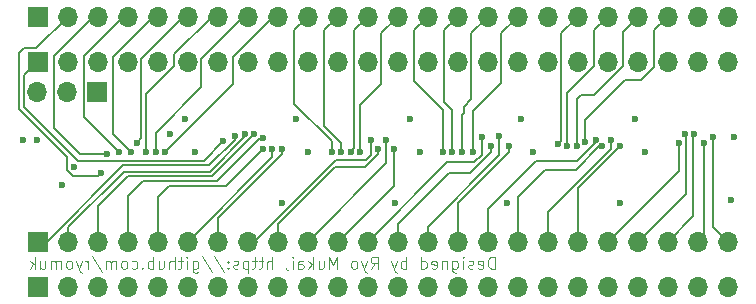
<source format=gbr>
%TF.GenerationSoftware,KiCad,Pcbnew,8.0.1*%
%TF.CreationDate,2024-03-31T10:02:36+09:00*%
%TF.ProjectId,TangNano9k5V,54616e67-4e61-46e6-9f39-6b35562e6b69,rev?*%
%TF.SameCoordinates,Original*%
%TF.FileFunction,Copper,L4,Bot*%
%TF.FilePolarity,Positive*%
%FSLAX46Y46*%
G04 Gerber Fmt 4.6, Leading zero omitted, Abs format (unit mm)*
G04 Created by KiCad (PCBNEW 8.0.1) date 2024-03-31 10:02:36*
%MOMM*%
%LPD*%
G01*
G04 APERTURE LIST*
%ADD10C,0.100000*%
%TA.AperFunction,NonConductor*%
%ADD11C,0.100000*%
%TD*%
%TA.AperFunction,ComponentPad*%
%ADD12R,1.700000X1.700000*%
%TD*%
%TA.AperFunction,ComponentPad*%
%ADD13O,1.700000X1.700000*%
%TD*%
%TA.AperFunction,ViaPad*%
%ADD14C,0.600000*%
%TD*%
%TA.AperFunction,Conductor*%
%ADD15C,0.200000*%
%TD*%
G04 APERTURE END LIST*
D10*
D11*
X41225115Y-23875419D02*
X41225115Y-22875419D01*
X41225115Y-22875419D02*
X40987020Y-22875419D01*
X40987020Y-22875419D02*
X40844163Y-22923038D01*
X40844163Y-22923038D02*
X40748925Y-23018276D01*
X40748925Y-23018276D02*
X40701306Y-23113514D01*
X40701306Y-23113514D02*
X40653687Y-23303990D01*
X40653687Y-23303990D02*
X40653687Y-23446847D01*
X40653687Y-23446847D02*
X40701306Y-23637323D01*
X40701306Y-23637323D02*
X40748925Y-23732561D01*
X40748925Y-23732561D02*
X40844163Y-23827800D01*
X40844163Y-23827800D02*
X40987020Y-23875419D01*
X40987020Y-23875419D02*
X41225115Y-23875419D01*
X39844163Y-23827800D02*
X39939401Y-23875419D01*
X39939401Y-23875419D02*
X40129877Y-23875419D01*
X40129877Y-23875419D02*
X40225115Y-23827800D01*
X40225115Y-23827800D02*
X40272734Y-23732561D01*
X40272734Y-23732561D02*
X40272734Y-23351609D01*
X40272734Y-23351609D02*
X40225115Y-23256371D01*
X40225115Y-23256371D02*
X40129877Y-23208752D01*
X40129877Y-23208752D02*
X39939401Y-23208752D01*
X39939401Y-23208752D02*
X39844163Y-23256371D01*
X39844163Y-23256371D02*
X39796544Y-23351609D01*
X39796544Y-23351609D02*
X39796544Y-23446847D01*
X39796544Y-23446847D02*
X40272734Y-23542085D01*
X39415591Y-23827800D02*
X39320353Y-23875419D01*
X39320353Y-23875419D02*
X39129877Y-23875419D01*
X39129877Y-23875419D02*
X39034639Y-23827800D01*
X39034639Y-23827800D02*
X38987020Y-23732561D01*
X38987020Y-23732561D02*
X38987020Y-23684942D01*
X38987020Y-23684942D02*
X39034639Y-23589704D01*
X39034639Y-23589704D02*
X39129877Y-23542085D01*
X39129877Y-23542085D02*
X39272734Y-23542085D01*
X39272734Y-23542085D02*
X39367972Y-23494466D01*
X39367972Y-23494466D02*
X39415591Y-23399228D01*
X39415591Y-23399228D02*
X39415591Y-23351609D01*
X39415591Y-23351609D02*
X39367972Y-23256371D01*
X39367972Y-23256371D02*
X39272734Y-23208752D01*
X39272734Y-23208752D02*
X39129877Y-23208752D01*
X39129877Y-23208752D02*
X39034639Y-23256371D01*
X38558448Y-23875419D02*
X38558448Y-23208752D01*
X38558448Y-22875419D02*
X38606067Y-22923038D01*
X38606067Y-22923038D02*
X38558448Y-22970657D01*
X38558448Y-22970657D02*
X38510829Y-22923038D01*
X38510829Y-22923038D02*
X38558448Y-22875419D01*
X38558448Y-22875419D02*
X38558448Y-22970657D01*
X37653687Y-23208752D02*
X37653687Y-24018276D01*
X37653687Y-24018276D02*
X37701306Y-24113514D01*
X37701306Y-24113514D02*
X37748925Y-24161133D01*
X37748925Y-24161133D02*
X37844163Y-24208752D01*
X37844163Y-24208752D02*
X37987020Y-24208752D01*
X37987020Y-24208752D02*
X38082258Y-24161133D01*
X37653687Y-23827800D02*
X37748925Y-23875419D01*
X37748925Y-23875419D02*
X37939401Y-23875419D01*
X37939401Y-23875419D02*
X38034639Y-23827800D01*
X38034639Y-23827800D02*
X38082258Y-23780180D01*
X38082258Y-23780180D02*
X38129877Y-23684942D01*
X38129877Y-23684942D02*
X38129877Y-23399228D01*
X38129877Y-23399228D02*
X38082258Y-23303990D01*
X38082258Y-23303990D02*
X38034639Y-23256371D01*
X38034639Y-23256371D02*
X37939401Y-23208752D01*
X37939401Y-23208752D02*
X37748925Y-23208752D01*
X37748925Y-23208752D02*
X37653687Y-23256371D01*
X37177496Y-23208752D02*
X37177496Y-23875419D01*
X37177496Y-23303990D02*
X37129877Y-23256371D01*
X37129877Y-23256371D02*
X37034639Y-23208752D01*
X37034639Y-23208752D02*
X36891782Y-23208752D01*
X36891782Y-23208752D02*
X36796544Y-23256371D01*
X36796544Y-23256371D02*
X36748925Y-23351609D01*
X36748925Y-23351609D02*
X36748925Y-23875419D01*
X35891782Y-23827800D02*
X35987020Y-23875419D01*
X35987020Y-23875419D02*
X36177496Y-23875419D01*
X36177496Y-23875419D02*
X36272734Y-23827800D01*
X36272734Y-23827800D02*
X36320353Y-23732561D01*
X36320353Y-23732561D02*
X36320353Y-23351609D01*
X36320353Y-23351609D02*
X36272734Y-23256371D01*
X36272734Y-23256371D02*
X36177496Y-23208752D01*
X36177496Y-23208752D02*
X35987020Y-23208752D01*
X35987020Y-23208752D02*
X35891782Y-23256371D01*
X35891782Y-23256371D02*
X35844163Y-23351609D01*
X35844163Y-23351609D02*
X35844163Y-23446847D01*
X35844163Y-23446847D02*
X36320353Y-23542085D01*
X34987020Y-23875419D02*
X34987020Y-22875419D01*
X34987020Y-23827800D02*
X35082258Y-23875419D01*
X35082258Y-23875419D02*
X35272734Y-23875419D01*
X35272734Y-23875419D02*
X35367972Y-23827800D01*
X35367972Y-23827800D02*
X35415591Y-23780180D01*
X35415591Y-23780180D02*
X35463210Y-23684942D01*
X35463210Y-23684942D02*
X35463210Y-23399228D01*
X35463210Y-23399228D02*
X35415591Y-23303990D01*
X35415591Y-23303990D02*
X35367972Y-23256371D01*
X35367972Y-23256371D02*
X35272734Y-23208752D01*
X35272734Y-23208752D02*
X35082258Y-23208752D01*
X35082258Y-23208752D02*
X34987020Y-23256371D01*
X33748924Y-23875419D02*
X33748924Y-22875419D01*
X33748924Y-23256371D02*
X33653686Y-23208752D01*
X33653686Y-23208752D02*
X33463210Y-23208752D01*
X33463210Y-23208752D02*
X33367972Y-23256371D01*
X33367972Y-23256371D02*
X33320353Y-23303990D01*
X33320353Y-23303990D02*
X33272734Y-23399228D01*
X33272734Y-23399228D02*
X33272734Y-23684942D01*
X33272734Y-23684942D02*
X33320353Y-23780180D01*
X33320353Y-23780180D02*
X33367972Y-23827800D01*
X33367972Y-23827800D02*
X33463210Y-23875419D01*
X33463210Y-23875419D02*
X33653686Y-23875419D01*
X33653686Y-23875419D02*
X33748924Y-23827800D01*
X32939400Y-23208752D02*
X32701305Y-23875419D01*
X32463210Y-23208752D02*
X32701305Y-23875419D01*
X32701305Y-23875419D02*
X32796543Y-24113514D01*
X32796543Y-24113514D02*
X32844162Y-24161133D01*
X32844162Y-24161133D02*
X32939400Y-24208752D01*
X30748924Y-23875419D02*
X31082257Y-23399228D01*
X31320352Y-23875419D02*
X31320352Y-22875419D01*
X31320352Y-22875419D02*
X30939400Y-22875419D01*
X30939400Y-22875419D02*
X30844162Y-22923038D01*
X30844162Y-22923038D02*
X30796543Y-22970657D01*
X30796543Y-22970657D02*
X30748924Y-23065895D01*
X30748924Y-23065895D02*
X30748924Y-23208752D01*
X30748924Y-23208752D02*
X30796543Y-23303990D01*
X30796543Y-23303990D02*
X30844162Y-23351609D01*
X30844162Y-23351609D02*
X30939400Y-23399228D01*
X30939400Y-23399228D02*
X31320352Y-23399228D01*
X30415590Y-23208752D02*
X30177495Y-23875419D01*
X29939400Y-23208752D02*
X30177495Y-23875419D01*
X30177495Y-23875419D02*
X30272733Y-24113514D01*
X30272733Y-24113514D02*
X30320352Y-24161133D01*
X30320352Y-24161133D02*
X30415590Y-24208752D01*
X29415590Y-23875419D02*
X29510828Y-23827800D01*
X29510828Y-23827800D02*
X29558447Y-23780180D01*
X29558447Y-23780180D02*
X29606066Y-23684942D01*
X29606066Y-23684942D02*
X29606066Y-23399228D01*
X29606066Y-23399228D02*
X29558447Y-23303990D01*
X29558447Y-23303990D02*
X29510828Y-23256371D01*
X29510828Y-23256371D02*
X29415590Y-23208752D01*
X29415590Y-23208752D02*
X29272733Y-23208752D01*
X29272733Y-23208752D02*
X29177495Y-23256371D01*
X29177495Y-23256371D02*
X29129876Y-23303990D01*
X29129876Y-23303990D02*
X29082257Y-23399228D01*
X29082257Y-23399228D02*
X29082257Y-23684942D01*
X29082257Y-23684942D02*
X29129876Y-23780180D01*
X29129876Y-23780180D02*
X29177495Y-23827800D01*
X29177495Y-23827800D02*
X29272733Y-23875419D01*
X29272733Y-23875419D02*
X29415590Y-23875419D01*
X27891780Y-23875419D02*
X27891780Y-22875419D01*
X27891780Y-22875419D02*
X27558447Y-23589704D01*
X27558447Y-23589704D02*
X27225114Y-22875419D01*
X27225114Y-22875419D02*
X27225114Y-23875419D01*
X26320352Y-23208752D02*
X26320352Y-23875419D01*
X26748923Y-23208752D02*
X26748923Y-23732561D01*
X26748923Y-23732561D02*
X26701304Y-23827800D01*
X26701304Y-23827800D02*
X26606066Y-23875419D01*
X26606066Y-23875419D02*
X26463209Y-23875419D01*
X26463209Y-23875419D02*
X26367971Y-23827800D01*
X26367971Y-23827800D02*
X26320352Y-23780180D01*
X25844161Y-23875419D02*
X25844161Y-22875419D01*
X25748923Y-23494466D02*
X25463209Y-23875419D01*
X25463209Y-23208752D02*
X25844161Y-23589704D01*
X24606066Y-23875419D02*
X24606066Y-23351609D01*
X24606066Y-23351609D02*
X24653685Y-23256371D01*
X24653685Y-23256371D02*
X24748923Y-23208752D01*
X24748923Y-23208752D02*
X24939399Y-23208752D01*
X24939399Y-23208752D02*
X25034637Y-23256371D01*
X24606066Y-23827800D02*
X24701304Y-23875419D01*
X24701304Y-23875419D02*
X24939399Y-23875419D01*
X24939399Y-23875419D02*
X25034637Y-23827800D01*
X25034637Y-23827800D02*
X25082256Y-23732561D01*
X25082256Y-23732561D02*
X25082256Y-23637323D01*
X25082256Y-23637323D02*
X25034637Y-23542085D01*
X25034637Y-23542085D02*
X24939399Y-23494466D01*
X24939399Y-23494466D02*
X24701304Y-23494466D01*
X24701304Y-23494466D02*
X24606066Y-23446847D01*
X24129875Y-23875419D02*
X24129875Y-23208752D01*
X24129875Y-22875419D02*
X24177494Y-22923038D01*
X24177494Y-22923038D02*
X24129875Y-22970657D01*
X24129875Y-22970657D02*
X24082256Y-22923038D01*
X24082256Y-22923038D02*
X24129875Y-22875419D01*
X24129875Y-22875419D02*
X24129875Y-22970657D01*
X23606066Y-23827800D02*
X23606066Y-23875419D01*
X23606066Y-23875419D02*
X23653685Y-23970657D01*
X23653685Y-23970657D02*
X23701304Y-24018276D01*
X22415590Y-23875419D02*
X22415590Y-22875419D01*
X21987019Y-23875419D02*
X21987019Y-23351609D01*
X21987019Y-23351609D02*
X22034638Y-23256371D01*
X22034638Y-23256371D02*
X22129876Y-23208752D01*
X22129876Y-23208752D02*
X22272733Y-23208752D01*
X22272733Y-23208752D02*
X22367971Y-23256371D01*
X22367971Y-23256371D02*
X22415590Y-23303990D01*
X21653685Y-23208752D02*
X21272733Y-23208752D01*
X21510828Y-22875419D02*
X21510828Y-23732561D01*
X21510828Y-23732561D02*
X21463209Y-23827800D01*
X21463209Y-23827800D02*
X21367971Y-23875419D01*
X21367971Y-23875419D02*
X21272733Y-23875419D01*
X21082256Y-23208752D02*
X20701304Y-23208752D01*
X20939399Y-22875419D02*
X20939399Y-23732561D01*
X20939399Y-23732561D02*
X20891780Y-23827800D01*
X20891780Y-23827800D02*
X20796542Y-23875419D01*
X20796542Y-23875419D02*
X20701304Y-23875419D01*
X20367970Y-23208752D02*
X20367970Y-24208752D01*
X20367970Y-23256371D02*
X20272732Y-23208752D01*
X20272732Y-23208752D02*
X20082256Y-23208752D01*
X20082256Y-23208752D02*
X19987018Y-23256371D01*
X19987018Y-23256371D02*
X19939399Y-23303990D01*
X19939399Y-23303990D02*
X19891780Y-23399228D01*
X19891780Y-23399228D02*
X19891780Y-23684942D01*
X19891780Y-23684942D02*
X19939399Y-23780180D01*
X19939399Y-23780180D02*
X19987018Y-23827800D01*
X19987018Y-23827800D02*
X20082256Y-23875419D01*
X20082256Y-23875419D02*
X20272732Y-23875419D01*
X20272732Y-23875419D02*
X20367970Y-23827800D01*
X19510827Y-23827800D02*
X19415589Y-23875419D01*
X19415589Y-23875419D02*
X19225113Y-23875419D01*
X19225113Y-23875419D02*
X19129875Y-23827800D01*
X19129875Y-23827800D02*
X19082256Y-23732561D01*
X19082256Y-23732561D02*
X19082256Y-23684942D01*
X19082256Y-23684942D02*
X19129875Y-23589704D01*
X19129875Y-23589704D02*
X19225113Y-23542085D01*
X19225113Y-23542085D02*
X19367970Y-23542085D01*
X19367970Y-23542085D02*
X19463208Y-23494466D01*
X19463208Y-23494466D02*
X19510827Y-23399228D01*
X19510827Y-23399228D02*
X19510827Y-23351609D01*
X19510827Y-23351609D02*
X19463208Y-23256371D01*
X19463208Y-23256371D02*
X19367970Y-23208752D01*
X19367970Y-23208752D02*
X19225113Y-23208752D01*
X19225113Y-23208752D02*
X19129875Y-23256371D01*
X18653684Y-23780180D02*
X18606065Y-23827800D01*
X18606065Y-23827800D02*
X18653684Y-23875419D01*
X18653684Y-23875419D02*
X18701303Y-23827800D01*
X18701303Y-23827800D02*
X18653684Y-23780180D01*
X18653684Y-23780180D02*
X18653684Y-23875419D01*
X18653684Y-23256371D02*
X18606065Y-23303990D01*
X18606065Y-23303990D02*
X18653684Y-23351609D01*
X18653684Y-23351609D02*
X18701303Y-23303990D01*
X18701303Y-23303990D02*
X18653684Y-23256371D01*
X18653684Y-23256371D02*
X18653684Y-23351609D01*
X17463209Y-22827800D02*
X18320351Y-24113514D01*
X16415590Y-22827800D02*
X17272732Y-24113514D01*
X15653685Y-23208752D02*
X15653685Y-24018276D01*
X15653685Y-24018276D02*
X15701304Y-24113514D01*
X15701304Y-24113514D02*
X15748923Y-24161133D01*
X15748923Y-24161133D02*
X15844161Y-24208752D01*
X15844161Y-24208752D02*
X15987018Y-24208752D01*
X15987018Y-24208752D02*
X16082256Y-24161133D01*
X15653685Y-23827800D02*
X15748923Y-23875419D01*
X15748923Y-23875419D02*
X15939399Y-23875419D01*
X15939399Y-23875419D02*
X16034637Y-23827800D01*
X16034637Y-23827800D02*
X16082256Y-23780180D01*
X16082256Y-23780180D02*
X16129875Y-23684942D01*
X16129875Y-23684942D02*
X16129875Y-23399228D01*
X16129875Y-23399228D02*
X16082256Y-23303990D01*
X16082256Y-23303990D02*
X16034637Y-23256371D01*
X16034637Y-23256371D02*
X15939399Y-23208752D01*
X15939399Y-23208752D02*
X15748923Y-23208752D01*
X15748923Y-23208752D02*
X15653685Y-23256371D01*
X15177494Y-23875419D02*
X15177494Y-23208752D01*
X15177494Y-22875419D02*
X15225113Y-22923038D01*
X15225113Y-22923038D02*
X15177494Y-22970657D01*
X15177494Y-22970657D02*
X15129875Y-22923038D01*
X15129875Y-22923038D02*
X15177494Y-22875419D01*
X15177494Y-22875419D02*
X15177494Y-22970657D01*
X14844161Y-23208752D02*
X14463209Y-23208752D01*
X14701304Y-22875419D02*
X14701304Y-23732561D01*
X14701304Y-23732561D02*
X14653685Y-23827800D01*
X14653685Y-23827800D02*
X14558447Y-23875419D01*
X14558447Y-23875419D02*
X14463209Y-23875419D01*
X14129875Y-23875419D02*
X14129875Y-22875419D01*
X13701304Y-23875419D02*
X13701304Y-23351609D01*
X13701304Y-23351609D02*
X13748923Y-23256371D01*
X13748923Y-23256371D02*
X13844161Y-23208752D01*
X13844161Y-23208752D02*
X13987018Y-23208752D01*
X13987018Y-23208752D02*
X14082256Y-23256371D01*
X14082256Y-23256371D02*
X14129875Y-23303990D01*
X12796542Y-23208752D02*
X12796542Y-23875419D01*
X13225113Y-23208752D02*
X13225113Y-23732561D01*
X13225113Y-23732561D02*
X13177494Y-23827800D01*
X13177494Y-23827800D02*
X13082256Y-23875419D01*
X13082256Y-23875419D02*
X12939399Y-23875419D01*
X12939399Y-23875419D02*
X12844161Y-23827800D01*
X12844161Y-23827800D02*
X12796542Y-23780180D01*
X12320351Y-23875419D02*
X12320351Y-22875419D01*
X12320351Y-23256371D02*
X12225113Y-23208752D01*
X12225113Y-23208752D02*
X12034637Y-23208752D01*
X12034637Y-23208752D02*
X11939399Y-23256371D01*
X11939399Y-23256371D02*
X11891780Y-23303990D01*
X11891780Y-23303990D02*
X11844161Y-23399228D01*
X11844161Y-23399228D02*
X11844161Y-23684942D01*
X11844161Y-23684942D02*
X11891780Y-23780180D01*
X11891780Y-23780180D02*
X11939399Y-23827800D01*
X11939399Y-23827800D02*
X12034637Y-23875419D01*
X12034637Y-23875419D02*
X12225113Y-23875419D01*
X12225113Y-23875419D02*
X12320351Y-23827800D01*
X11415589Y-23780180D02*
X11367970Y-23827800D01*
X11367970Y-23827800D02*
X11415589Y-23875419D01*
X11415589Y-23875419D02*
X11463208Y-23827800D01*
X11463208Y-23827800D02*
X11415589Y-23780180D01*
X11415589Y-23780180D02*
X11415589Y-23875419D01*
X10510828Y-23827800D02*
X10606066Y-23875419D01*
X10606066Y-23875419D02*
X10796542Y-23875419D01*
X10796542Y-23875419D02*
X10891780Y-23827800D01*
X10891780Y-23827800D02*
X10939399Y-23780180D01*
X10939399Y-23780180D02*
X10987018Y-23684942D01*
X10987018Y-23684942D02*
X10987018Y-23399228D01*
X10987018Y-23399228D02*
X10939399Y-23303990D01*
X10939399Y-23303990D02*
X10891780Y-23256371D01*
X10891780Y-23256371D02*
X10796542Y-23208752D01*
X10796542Y-23208752D02*
X10606066Y-23208752D01*
X10606066Y-23208752D02*
X10510828Y-23256371D01*
X9939399Y-23875419D02*
X10034637Y-23827800D01*
X10034637Y-23827800D02*
X10082256Y-23780180D01*
X10082256Y-23780180D02*
X10129875Y-23684942D01*
X10129875Y-23684942D02*
X10129875Y-23399228D01*
X10129875Y-23399228D02*
X10082256Y-23303990D01*
X10082256Y-23303990D02*
X10034637Y-23256371D01*
X10034637Y-23256371D02*
X9939399Y-23208752D01*
X9939399Y-23208752D02*
X9796542Y-23208752D01*
X9796542Y-23208752D02*
X9701304Y-23256371D01*
X9701304Y-23256371D02*
X9653685Y-23303990D01*
X9653685Y-23303990D02*
X9606066Y-23399228D01*
X9606066Y-23399228D02*
X9606066Y-23684942D01*
X9606066Y-23684942D02*
X9653685Y-23780180D01*
X9653685Y-23780180D02*
X9701304Y-23827800D01*
X9701304Y-23827800D02*
X9796542Y-23875419D01*
X9796542Y-23875419D02*
X9939399Y-23875419D01*
X9177494Y-23875419D02*
X9177494Y-23208752D01*
X9177494Y-23303990D02*
X9129875Y-23256371D01*
X9129875Y-23256371D02*
X9034637Y-23208752D01*
X9034637Y-23208752D02*
X8891780Y-23208752D01*
X8891780Y-23208752D02*
X8796542Y-23256371D01*
X8796542Y-23256371D02*
X8748923Y-23351609D01*
X8748923Y-23351609D02*
X8748923Y-23875419D01*
X8748923Y-23351609D02*
X8701304Y-23256371D01*
X8701304Y-23256371D02*
X8606066Y-23208752D01*
X8606066Y-23208752D02*
X8463209Y-23208752D01*
X8463209Y-23208752D02*
X8367970Y-23256371D01*
X8367970Y-23256371D02*
X8320351Y-23351609D01*
X8320351Y-23351609D02*
X8320351Y-23875419D01*
X7129876Y-22827800D02*
X7987018Y-24113514D01*
X6796542Y-23875419D02*
X6796542Y-23208752D01*
X6796542Y-23399228D02*
X6748923Y-23303990D01*
X6748923Y-23303990D02*
X6701304Y-23256371D01*
X6701304Y-23256371D02*
X6606066Y-23208752D01*
X6606066Y-23208752D02*
X6510828Y-23208752D01*
X6272732Y-23208752D02*
X6034637Y-23875419D01*
X5796542Y-23208752D02*
X6034637Y-23875419D01*
X6034637Y-23875419D02*
X6129875Y-24113514D01*
X6129875Y-24113514D02*
X6177494Y-24161133D01*
X6177494Y-24161133D02*
X6272732Y-24208752D01*
X5272732Y-23875419D02*
X5367970Y-23827800D01*
X5367970Y-23827800D02*
X5415589Y-23780180D01*
X5415589Y-23780180D02*
X5463208Y-23684942D01*
X5463208Y-23684942D02*
X5463208Y-23399228D01*
X5463208Y-23399228D02*
X5415589Y-23303990D01*
X5415589Y-23303990D02*
X5367970Y-23256371D01*
X5367970Y-23256371D02*
X5272732Y-23208752D01*
X5272732Y-23208752D02*
X5129875Y-23208752D01*
X5129875Y-23208752D02*
X5034637Y-23256371D01*
X5034637Y-23256371D02*
X4987018Y-23303990D01*
X4987018Y-23303990D02*
X4939399Y-23399228D01*
X4939399Y-23399228D02*
X4939399Y-23684942D01*
X4939399Y-23684942D02*
X4987018Y-23780180D01*
X4987018Y-23780180D02*
X5034637Y-23827800D01*
X5034637Y-23827800D02*
X5129875Y-23875419D01*
X5129875Y-23875419D02*
X5272732Y-23875419D01*
X4510827Y-23875419D02*
X4510827Y-23208752D01*
X4510827Y-23303990D02*
X4463208Y-23256371D01*
X4463208Y-23256371D02*
X4367970Y-23208752D01*
X4367970Y-23208752D02*
X4225113Y-23208752D01*
X4225113Y-23208752D02*
X4129875Y-23256371D01*
X4129875Y-23256371D02*
X4082256Y-23351609D01*
X4082256Y-23351609D02*
X4082256Y-23875419D01*
X4082256Y-23351609D02*
X4034637Y-23256371D01*
X4034637Y-23256371D02*
X3939399Y-23208752D01*
X3939399Y-23208752D02*
X3796542Y-23208752D01*
X3796542Y-23208752D02*
X3701303Y-23256371D01*
X3701303Y-23256371D02*
X3653684Y-23351609D01*
X3653684Y-23351609D02*
X3653684Y-23875419D01*
X2748923Y-23208752D02*
X2748923Y-23875419D01*
X3177494Y-23208752D02*
X3177494Y-23732561D01*
X3177494Y-23732561D02*
X3129875Y-23827800D01*
X3129875Y-23827800D02*
X3034637Y-23875419D01*
X3034637Y-23875419D02*
X2891780Y-23875419D01*
X2891780Y-23875419D02*
X2796542Y-23827800D01*
X2796542Y-23827800D02*
X2748923Y-23780180D01*
X2272732Y-23875419D02*
X2272732Y-22875419D01*
X2177494Y-23494466D02*
X1891780Y-23875419D01*
X1891780Y-23208752D02*
X2272732Y-23589704D01*
D12*
%TO.P,J3,1,Pin_1*%
%TO.N,PIN63*%
X2540000Y-2540000D03*
D13*
%TO.P,J3,2,Pin_2*%
%TO.N,PIN86*%
X5080000Y-2540000D03*
%TO.P,J3,3,Pin_3*%
%TO.N,PIN85*%
X7620000Y-2540000D03*
%TO.P,J3,4,Pin_4*%
%TO.N,PIN84*%
X10160000Y-2540000D03*
%TO.P,J3,5,Pin_5*%
%TO.N,PIN83*%
X12700000Y-2540000D03*
%TO.P,J3,6,Pin_6*%
%TO.N,PIN82*%
X15240000Y-2540000D03*
%TO.P,J3,7,Pin_7*%
%TO.N,PIN81*%
X17780000Y-2540000D03*
%TO.P,J3,8,Pin_8*%
%TO.N,PIN80*%
X20320000Y-2540000D03*
%TO.P,J3,9,Pin_9*%
%TO.N,PIN79*%
X22860000Y-2540000D03*
%TO.P,J3,10,Pin_10*%
%TO.N,PIN77*%
X25400000Y-2540000D03*
%TO.P,J3,11,Pin_11*%
%TO.N,PIN76*%
X27940000Y-2540000D03*
%TO.P,J3,12,Pin_12*%
%TO.N,PIN75*%
X30480000Y-2540000D03*
%TO.P,J3,13,Pin_13*%
%TO.N,PIN74*%
X33020000Y-2540000D03*
%TO.P,J3,14,Pin_14*%
%TO.N,PIN73*%
X35560000Y-2540000D03*
%TO.P,J3,15,Pin_15*%
%TO.N,PIN72*%
X38100000Y-2540000D03*
%TO.P,J3,16,Pin_16*%
%TO.N,PIN71*%
X40640000Y-2540000D03*
%TO.P,J3,17,Pin_17*%
%TO.N,PIN70*%
X43180000Y-2540000D03*
%TO.P,J3,18,Pin_18*%
%TO.N,+5V*%
X45720000Y-2540000D03*
%TO.P,J3,19,Pin_19*%
%TO.N,PIN48*%
X48260000Y-2540000D03*
%TO.P,J3,20,Pin_20*%
%TO.N,PIN49*%
X50800000Y-2540000D03*
%TO.P,J3,21,Pin_21*%
%TO.N,PIN31*%
X53340000Y-2540000D03*
%TO.P,J3,22,Pin_22*%
%TO.N,PIN32*%
X55880000Y-2540000D03*
%TO.P,J3,23,Pin_23*%
%TO.N,GND*%
X58420000Y-2540000D03*
%TO.P,J3,24,Pin_24*%
%TO.N,+3.3V*%
X60960000Y-2540000D03*
%TD*%
D12*
%TO.P,J1,1,Pin_1*%
%TO.N,+5V*%
X7605000Y-8890000D03*
D13*
%TO.P,J1,2,Pin_2*%
%TO.N,Net-(J1-Pin_2)*%
X5065000Y-8890000D03*
%TO.P,J1,3,Pin_3*%
%TO.N,+3.3V*%
X2525000Y-8890000D03*
%TD*%
D12*
%TO.P,J2,1,Pin_1*%
%TO.N,PIN38*%
X2540000Y-25400000D03*
D13*
%TO.P,J2,2,Pin_2*%
%TO.N,PIN37*%
X5080000Y-25400000D03*
%TO.P,J2,3,Pin_3*%
%TO.N,PIN36*%
X7620000Y-25400000D03*
%TO.P,J2,4,Pin_4*%
%TO.N,PIN39*%
X10160000Y-25400000D03*
%TO.P,J2,5,Pin_5*%
%TO.N,PIN25*%
X12700000Y-25400000D03*
%TO.P,J2,6,Pin_6*%
%TO.N,PIN26*%
X15240000Y-25400000D03*
%TO.P,J2,7,Pin_7*%
%TO.N,PIN27*%
X17780000Y-25400000D03*
%TO.P,J2,8,Pin_8*%
%TO.N,PIN28*%
X20320000Y-25400000D03*
%TO.P,J2,9,Pin_9*%
%TO.N,PIN29*%
X22860000Y-25400000D03*
%TO.P,J2,10,Pin_10*%
%TO.N,PIN30*%
X25400000Y-25400000D03*
%TO.P,J2,11,Pin_11*%
%TO.N,PIN33*%
X27940000Y-25400000D03*
%TO.P,J2,12,Pin_12*%
%TO.N,PIN34*%
X30480000Y-25400000D03*
%TO.P,J2,13,Pin_13*%
%TO.N,PIN40*%
X33020000Y-25400000D03*
%TO.P,J2,14,Pin_14*%
%TO.N,PIN35*%
X35560000Y-25400000D03*
%TO.P,J2,15,Pin_15*%
%TO.N,PIN41*%
X38100000Y-25400000D03*
%TO.P,J2,16,Pin_16*%
%TO.N,PIN42*%
X40640000Y-25400000D03*
%TO.P,J2,17,Pin_17*%
%TO.N,PIN51*%
X43180000Y-25400000D03*
%TO.P,J2,18,Pin_18*%
%TO.N,PIN53*%
X45720000Y-25400000D03*
%TO.P,J2,19,Pin_19*%
%TO.N,PIN54*%
X48260000Y-25400000D03*
%TO.P,J2,20,Pin_20*%
%TO.N,PIN55*%
X50800000Y-25400000D03*
%TO.P,J2,21,Pin_21*%
%TO.N,PIN56*%
X53340000Y-25400000D03*
%TO.P,J2,22,Pin_22*%
%TO.N,PIN57*%
X55880000Y-25400000D03*
%TO.P,J2,23,Pin_23*%
%TO.N,PIN68*%
X58420000Y-25400000D03*
%TO.P,J2,24,Pin_24*%
%TO.N,PIN69*%
X60960000Y-25400000D03*
%TD*%
D12*
%TO.P,J5,1,Pin_1*%
%TO.N,PIN63_H*%
X2540000Y-6350000D03*
D13*
%TO.P,J5,2,Pin_2*%
%TO.N,PIN86_H*%
X5080000Y-6350000D03*
%TO.P,J5,3,Pin_3*%
%TO.N,PIN85_H*%
X7620000Y-6350000D03*
%TO.P,J5,4,Pin_4*%
%TO.N,PIN84_H*%
X10160000Y-6350000D03*
%TO.P,J5,5,Pin_5*%
%TO.N,PIN83_H*%
X12700000Y-6350000D03*
%TO.P,J5,6,Pin_6*%
%TO.N,PIN82_H*%
X15240000Y-6350000D03*
%TO.P,J5,7,Pin_7*%
%TO.N,PIN81_H*%
X17780000Y-6350000D03*
%TO.P,J5,8,Pin_8*%
%TO.N,PIN80_H*%
X20320000Y-6350000D03*
%TO.P,J5,9,Pin_9*%
%TO.N,PIN79_H*%
X22860000Y-6350000D03*
%TO.P,J5,10,Pin_10*%
%TO.N,PIN77_H*%
X25400000Y-6350000D03*
%TO.P,J5,11,Pin_11*%
%TO.N,PIN76_H*%
X27940000Y-6350000D03*
%TO.P,J5,12,Pin_12*%
%TO.N,PIN75_H*%
X30480000Y-6350000D03*
%TO.P,J5,13,Pin_13*%
%TO.N,PIN74_H*%
X33020000Y-6350000D03*
%TO.P,J5,14,Pin_14*%
%TO.N,PIN73_H*%
X35560000Y-6350000D03*
%TO.P,J5,15,Pin_15*%
%TO.N,PIN72_H*%
X38100000Y-6350000D03*
%TO.P,J5,16,Pin_16*%
%TO.N,PIN71_H*%
X40640000Y-6350000D03*
%TO.P,J5,17,Pin_17*%
%TO.N,PIN70_H*%
X43180000Y-6350000D03*
%TO.P,J5,18,Pin_18*%
%TO.N,+5V*%
X45720000Y-6350000D03*
%TO.P,J5,19,Pin_19*%
%TO.N,PIN48_H*%
X48260000Y-6350000D03*
%TO.P,J5,20,Pin_20*%
%TO.N,PIN49_H*%
X50800000Y-6350000D03*
%TO.P,J5,21,Pin_21*%
%TO.N,PIN31_H*%
X53340000Y-6350000D03*
%TO.P,J5,22,Pin_22*%
%TO.N,PIN32_H*%
X55880000Y-6350000D03*
%TO.P,J5,23,Pin_23*%
%TO.N,GND*%
X58420000Y-6350000D03*
%TO.P,J5,24,Pin_24*%
%TO.N,+3.3V*%
X60960000Y-6350000D03*
%TD*%
D12*
%TO.P,J4,1,Pin_1*%
%TO.N,PIN38_H*%
X2540000Y-21590000D03*
D13*
%TO.P,J4,2,Pin_2*%
%TO.N,PIN37_H*%
X5080000Y-21590000D03*
%TO.P,J4,3,Pin_3*%
%TO.N,PIN36_H*%
X7620000Y-21590000D03*
%TO.P,J4,4,Pin_4*%
%TO.N,PIN39_H*%
X10160000Y-21590000D03*
%TO.P,J4,5,Pin_5*%
%TO.N,PIN25_H*%
X12700000Y-21590000D03*
%TO.P,J4,6,Pin_6*%
%TO.N,PIN26_H*%
X15240000Y-21590000D03*
%TO.P,J4,7,Pin_7*%
%TO.N,PIN27_H*%
X17780000Y-21590000D03*
%TO.P,J4,8,Pin_8*%
%TO.N,PIN28_H*%
X20320000Y-21590000D03*
%TO.P,J4,9,Pin_9*%
%TO.N,PIN29_H*%
X22860000Y-21590000D03*
%TO.P,J4,10,Pin_10*%
%TO.N,PIN30_H*%
X25400000Y-21590000D03*
%TO.P,J4,11,Pin_11*%
%TO.N,PIN33_H*%
X27940000Y-21590000D03*
%TO.P,J4,12,Pin_12*%
%TO.N,PIN34_H*%
X30480000Y-21590000D03*
%TO.P,J4,13,Pin_13*%
%TO.N,PIN40_H*%
X33020000Y-21590000D03*
%TO.P,J4,14,Pin_14*%
%TO.N,PIN35_H*%
X35560000Y-21590000D03*
%TO.P,J4,15,Pin_15*%
%TO.N,PIN41_H*%
X38100000Y-21590000D03*
%TO.P,J4,16,Pin_16*%
%TO.N,PIN42_H*%
X40640000Y-21590000D03*
%TO.P,J4,17,Pin_17*%
%TO.N,PIN51_H*%
X43180000Y-21590000D03*
%TO.P,J4,18,Pin_18*%
%TO.N,PIN53_H*%
X45720000Y-21590000D03*
%TO.P,J4,19,Pin_19*%
%TO.N,PIN54_H*%
X48260000Y-21590000D03*
%TO.P,J4,20,Pin_20*%
%TO.N,PIN55_H*%
X50800000Y-21590000D03*
%TO.P,J4,21,Pin_21*%
%TO.N,PIN56_H*%
X53340000Y-21590000D03*
%TO.P,J4,22,Pin_22*%
%TO.N,PIN57_H*%
X55880000Y-21590000D03*
%TO.P,J4,23,Pin_23*%
%TO.N,PIN68_H*%
X58420000Y-21590000D03*
%TO.P,J4,24,Pin_24*%
%TO.N,PIN69_H*%
X60960000Y-21590000D03*
%TD*%
D14*
%TO.N,+3.3V*%
X53086000Y-11176000D03*
X43434000Y-11176000D03*
X34036000Y-11176000D03*
X24384000Y-11176000D03*
X14986000Y-11176000D03*
%TO.N,GND*%
X25400000Y-13970000D03*
X34925000Y-13970000D03*
X13716000Y-12446000D03*
X51816000Y-18288000D03*
X61468000Y-12700000D03*
X4572000Y-16764000D03*
X2474000Y-13015000D03*
X5588000Y-15240000D03*
X53975000Y-13970000D03*
X1331000Y-13015000D03*
X61277500Y-18097500D03*
X23241000Y-18288000D03*
X32766000Y-18288000D03*
X42291000Y-18288000D03*
X15875000Y-13970000D03*
X44450000Y-13970000D03*
%TO.N,PIN86*%
X7874000Y-15748000D03*
%TO.N,PIN85*%
X8382000Y-14132000D03*
%TO.N,PIN84*%
X9398000Y-13970000D03*
%TO.N,PIN83*%
X10414000Y-13970000D03*
%TO.N,PIN82*%
X10922000Y-13208000D03*
%TO.N,PIN81*%
X11720000Y-13970000D03*
%TO.N,PIN80*%
X12520003Y-13970000D03*
%TO.N,PIN79*%
X13320006Y-13970000D03*
%TO.N,PIN77*%
X27432000Y-13970000D03*
%TO.N,PIN76*%
X28232003Y-13970000D03*
%TO.N,PIN75*%
X29032006Y-13970000D03*
%TO.N,PIN74*%
X29829706Y-14030650D03*
%TO.N,PIN73*%
X36830000Y-13970000D03*
%TO.N,PIN72*%
X37630003Y-13970000D03*
%TO.N,PIN71*%
X38430006Y-13970000D03*
%TO.N,PIN70*%
X39370000Y-13970000D03*
%TO.N,PIN48*%
X46600276Y-13326276D03*
%TO.N,PIN49*%
X47375805Y-13522639D03*
%TO.N,PIN31*%
X48172129Y-13446015D03*
%TO.N,PIN32*%
X48915758Y-13151024D03*
%TO.N,PIN38_H*%
X19260619Y-12656619D03*
%TO.N,PIN37_H*%
X20084937Y-12452238D03*
%TO.N,PIN36_H*%
X20884911Y-12445522D03*
%TO.N,PIN39_H*%
X21581684Y-12838601D03*
%TO.N,PIN25_H*%
X21590000Y-13716000D03*
%TO.N,PIN26_H*%
X22414266Y-13740263D03*
%TO.N,PIN27_H*%
X23213788Y-13712540D03*
%TO.N,PIN28_H*%
X30734000Y-12954000D03*
%TO.N,PIN29_H*%
X31344556Y-13724938D03*
%TO.N,PIN30_H*%
X32070001Y-12954000D03*
%TO.N,PIN33_H*%
X32670001Y-13716000D03*
%TO.N,PIN34_H*%
X40132000Y-12700000D03*
%TO.N,PIN40_H*%
X40894000Y-13462000D03*
%TO.N,PIN35_H*%
X41595001Y-12642313D03*
%TO.N,PIN41_H*%
X42418000Y-13462000D03*
%TO.N,PIN42_H*%
X49784000Y-12954000D03*
%TO.N,PIN51_H*%
X50349687Y-13519687D03*
%TO.N,PIN53_H*%
X51120001Y-12954000D03*
%TO.N,PIN54_H*%
X51816000Y-13462000D03*
%TO.N,PIN55_H*%
X56804000Y-13208000D03*
%TO.N,PIN56_H*%
X57344998Y-12446000D03*
%TO.N,PIN57_H*%
X58145001Y-12446000D03*
%TO.N,PIN68_H*%
X58928000Y-13208000D03*
%TO.N,PIN69_H*%
X59690000Y-12700000D03*
%TO.N,PIN63_H*%
X18263291Y-13088261D03*
%TD*%
D15*
%TO.N,PIN86*%
X975000Y-10373000D02*
X4988000Y-14386000D01*
X5501471Y-16002000D02*
X7620000Y-16002000D01*
X1390000Y-5200000D02*
X975000Y-5615000D01*
X975000Y-5615000D02*
X975000Y-10373000D01*
X2420000Y-5200000D02*
X1390000Y-5200000D01*
X4988000Y-14386000D02*
X4988000Y-15488529D01*
X4988000Y-15488529D02*
X5501471Y-16002000D01*
X7620000Y-16002000D02*
X7874000Y-15748000D01*
X5080000Y-2540000D02*
X2420000Y-5200000D01*
%TO.N,PIN85*%
X3915000Y-11951000D02*
X3915000Y-5888654D01*
X8382000Y-14132000D02*
X6096000Y-14132000D01*
X3915000Y-11951000D02*
X6096000Y-14132000D01*
X3915000Y-5888654D02*
X7263654Y-2540000D01*
X7263654Y-2540000D02*
X7620000Y-2540000D01*
%TO.N,PIN84*%
X10160000Y-2540000D02*
X9803654Y-2540000D01*
X6455000Y-11027000D02*
X9398000Y-13970000D01*
X6455000Y-5888654D02*
X6455000Y-11027000D01*
X9803654Y-2540000D02*
X6455000Y-5888654D01*
%TO.N,PIN83*%
X12343654Y-2540000D02*
X8890000Y-5993654D01*
X12700000Y-2540000D02*
X12343654Y-2540000D01*
X8890000Y-5993654D02*
X8890000Y-12446000D01*
X8890000Y-12446000D02*
X10414000Y-13970000D01*
%TO.N,PIN82*%
X11310000Y-12820000D02*
X10922000Y-13208000D01*
X14883654Y-2540000D02*
X11310000Y-6113654D01*
X11310000Y-6113654D02*
X11310000Y-12820000D01*
X15240000Y-2540000D02*
X14883654Y-2540000D01*
%TO.N,PIN81*%
X11720000Y-13970000D02*
X11720000Y-9108000D01*
X14090000Y-6738000D02*
X14090000Y-5722000D01*
X17272000Y-2540000D02*
X17780000Y-2540000D01*
X11720000Y-9108000D02*
X14090000Y-6738000D01*
X14090000Y-5722000D02*
X17272000Y-2540000D01*
%TO.N,PIN80*%
X20320000Y-2540000D02*
X19963654Y-2540000D01*
X16390000Y-8502000D02*
X12520003Y-12371997D01*
X12520003Y-12371997D02*
X12520003Y-13970000D01*
X16390000Y-6113654D02*
X16390000Y-8502000D01*
X19963654Y-2540000D02*
X16390000Y-6113654D01*
%TO.N,PIN79*%
X19050000Y-5993654D02*
X19050000Y-8240006D01*
X19050000Y-8240006D02*
X13320006Y-13970000D01*
X22503654Y-2540000D02*
X19050000Y-5993654D01*
X22860000Y-2540000D02*
X22503654Y-2540000D01*
%TO.N,PIN77*%
X27432000Y-13094971D02*
X27432000Y-13970000D01*
X24250000Y-3690000D02*
X24250000Y-9912971D01*
X25400000Y-2540000D02*
X24250000Y-3690000D01*
X24250000Y-9912971D02*
X27432000Y-13094971D01*
%TO.N,PIN76*%
X26790000Y-11804000D02*
X28232003Y-13246003D01*
X28232003Y-13246003D02*
X28232003Y-13970000D01*
X27940000Y-2540000D02*
X26790000Y-3690000D01*
X26790000Y-3690000D02*
X26790000Y-11804000D01*
%TO.N,PIN75*%
X30480000Y-2540000D02*
X29330000Y-3690000D01*
X29330000Y-3690000D02*
X29330000Y-13672006D01*
X29330000Y-13672006D02*
X29032006Y-13970000D01*
%TO.N,PIN74*%
X31630000Y-3930000D02*
X31630000Y-8248000D01*
X29829706Y-10048294D02*
X29829706Y-14030650D01*
X33020000Y-2540000D02*
X31630000Y-3930000D01*
X29829706Y-10048294D02*
X31630000Y-8248000D01*
%TO.N,PIN73*%
X35560000Y-2540000D02*
X34410000Y-3690000D01*
X34410000Y-7994000D02*
X36830000Y-10414000D01*
X36830000Y-10414000D02*
X36830000Y-13970000D01*
X34410000Y-3690000D02*
X34410000Y-7994000D01*
%TO.N,PIN72*%
X37630003Y-10452003D02*
X37630003Y-13970000D01*
X36950000Y-9772000D02*
X37630003Y-10452003D01*
X36950000Y-3690000D02*
X36950000Y-9772000D01*
X38100000Y-2540000D02*
X36950000Y-3690000D01*
%TO.N,PIN71*%
X38608000Y-10160000D02*
X38608000Y-10668000D01*
X39250000Y-3930000D02*
X39250000Y-9518000D01*
X40640000Y-2540000D02*
X39250000Y-3930000D01*
X38608000Y-10668000D02*
X38430006Y-10845994D01*
X38430006Y-10845994D02*
X38430006Y-13970000D01*
X39250000Y-9518000D02*
X38608000Y-10160000D01*
%TO.N,PIN70*%
X39370000Y-10548000D02*
X41790000Y-8128000D01*
X43180000Y-2540000D02*
X41790000Y-3930000D01*
X41790000Y-3930000D02*
X41790000Y-8128000D01*
X39370000Y-13970000D02*
X39370000Y-10548000D01*
%TO.N,PIN48*%
X46870000Y-13056552D02*
X46600276Y-13326276D01*
X48260000Y-2540000D02*
X46870000Y-3930000D01*
X46870000Y-3930000D02*
X46870000Y-13056552D01*
%TO.N,PIN49*%
X49650000Y-6738000D02*
X49650000Y-3690000D01*
X49650000Y-3690000D02*
X50800000Y-2540000D01*
X47375805Y-13522639D02*
X47375805Y-9012195D01*
X47375805Y-9012195D02*
X49650000Y-6738000D01*
%TO.N,PIN31*%
X49632346Y-9144000D02*
X52070000Y-6706346D01*
X52070000Y-3810000D02*
X53340000Y-2540000D01*
X48172129Y-9485871D02*
X48514000Y-9144000D01*
X52070000Y-6706346D02*
X52070000Y-3810000D01*
X48514000Y-9144000D02*
X49632346Y-9144000D01*
X48172129Y-13446015D02*
X48172129Y-9485871D01*
%TO.N,PIN32*%
X48915758Y-11282242D02*
X52273192Y-7924808D01*
X54730000Y-6839615D02*
X54730000Y-3690000D01*
X53644808Y-7924808D02*
X54730000Y-6839615D01*
X54730000Y-3690000D02*
X55880000Y-2540000D01*
X48915758Y-13151024D02*
X48915758Y-11282242D01*
X52273192Y-7924808D02*
X53644808Y-7924808D01*
%TO.N,PIN38_H*%
X17068081Y-15132000D02*
X9760000Y-15132000D01*
X19260619Y-12939462D02*
X17068081Y-15132000D01*
X9760000Y-15132000D02*
X3302000Y-21590000D01*
X19260619Y-12656619D02*
X19260619Y-12939462D01*
X3302000Y-21590000D02*
X2540000Y-21590000D01*
%TO.N,PIN37_H*%
X9807843Y-15649843D02*
X17115924Y-15649843D01*
X5080000Y-20377686D02*
X9807843Y-15649843D01*
X5080000Y-21590000D02*
X5080000Y-20377686D01*
X17115924Y-15649843D02*
X20084937Y-12680830D01*
X20084937Y-12680830D02*
X20084937Y-12452238D01*
%TO.N,PIN36_H*%
X17335861Y-16049843D02*
X20884911Y-12500793D01*
X20884911Y-12500793D02*
X20884911Y-12445522D01*
X7620000Y-21590000D02*
X7620000Y-18589843D01*
X7620000Y-18589843D02*
X10160000Y-16049843D01*
X10160000Y-16049843D02*
X17335861Y-16049843D01*
%TO.N,PIN39_H*%
X10160000Y-17719843D02*
X11430000Y-16449843D01*
X10160000Y-21590000D02*
X10160000Y-17719843D01*
X21340361Y-12838601D02*
X21581684Y-12838601D01*
X17729119Y-16449843D02*
X21340361Y-12838601D01*
X11430000Y-16449843D02*
X17729119Y-16449843D01*
%TO.N,PIN25_H*%
X18456157Y-16849843D02*
X21590000Y-13716000D01*
X12700000Y-21590000D02*
X12700000Y-17780000D01*
X13630157Y-16849843D02*
X18456157Y-16849843D01*
X12700000Y-17780000D02*
X13630157Y-16849843D01*
%TO.N,PIN26_H*%
X15240000Y-21590000D02*
X22414266Y-14415734D01*
X22414266Y-14415734D02*
X22414266Y-13740263D01*
%TO.N,PIN27_H*%
X23213788Y-14181898D02*
X23213788Y-13712540D01*
X17780000Y-19615686D02*
X23213788Y-14181898D01*
X17780000Y-21590000D02*
X17780000Y-19615686D01*
%TO.N,PIN28_H*%
X27787350Y-14630650D02*
X30327350Y-14630650D01*
X20320000Y-21590000D02*
X20828000Y-21590000D01*
X30734000Y-12954000D02*
X30734000Y-14224000D01*
X30734000Y-14224000D02*
X30327350Y-14630650D01*
X20828000Y-21590000D02*
X27787350Y-14630650D01*
%TO.N,PIN29_H*%
X27714843Y-15268843D02*
X30254843Y-15268843D01*
X30254843Y-15268843D02*
X31344556Y-14179130D01*
X31344556Y-14179130D02*
X31344556Y-13724938D01*
X22860000Y-21590000D02*
X22860000Y-20123686D01*
X22860000Y-20123686D02*
X27714843Y-15268843D01*
%TO.N,PIN30_H*%
X32070001Y-12954000D02*
X32070001Y-14919999D01*
X32070001Y-14919999D02*
X25400000Y-21590000D01*
%TO.N,PIN33_H*%
X32670001Y-16859999D02*
X32670001Y-13716000D01*
X27940000Y-21590000D02*
X32670001Y-16859999D01*
%TO.N,PIN34_H*%
X39497000Y-14859000D02*
X40132000Y-14224000D01*
X37211000Y-14859000D02*
X39497000Y-14859000D01*
X30480000Y-21590000D02*
X37211000Y-14859000D01*
X40132000Y-14224000D02*
X40132000Y-12954000D01*
%TO.N,PIN40_H*%
X37338000Y-15748000D02*
X39173685Y-15748000D01*
X40894000Y-13462000D02*
X40894000Y-14027686D01*
X33020000Y-21590000D02*
X33020000Y-20066000D01*
X39173685Y-15748000D02*
X40414843Y-14506843D01*
X33020000Y-20066000D02*
X37338000Y-15748000D01*
X40414843Y-14506843D02*
X40894000Y-14027685D01*
X40894000Y-14027686D02*
X40414843Y-14506843D01*
%TO.N,PIN35_H*%
X35560000Y-20320000D02*
X35560000Y-21590000D01*
X41595001Y-14284999D02*
X35560000Y-20320000D01*
X41595001Y-12642313D02*
X41595001Y-14284999D01*
%TO.N,PIN41_H*%
X42418000Y-13462000D02*
X42418000Y-14027686D01*
X38100000Y-18345686D02*
X38100000Y-21590000D01*
X42418000Y-14027686D02*
X38100000Y-18345686D01*
%TO.N,PIN42_H*%
X44704000Y-14732000D02*
X48183311Y-14732000D01*
X49784000Y-13131311D02*
X49784000Y-12954000D01*
X40640000Y-18796000D02*
X44704000Y-14732000D01*
X40640000Y-21590000D02*
X40640000Y-18796000D01*
X48183311Y-14732000D02*
X49784000Y-13131311D01*
%TO.N,PIN51_H*%
X45466000Y-15494000D02*
X48092529Y-15494000D01*
X43180000Y-21590000D02*
X43180000Y-17780000D01*
X50066842Y-13519687D02*
X50349687Y-13519687D01*
X48092529Y-15494000D02*
X50066842Y-13519687D01*
X43180000Y-17780000D02*
X45466000Y-15494000D01*
%TO.N,PIN53_H*%
X45720000Y-21590000D02*
X45720000Y-19050000D01*
X51120001Y-13649999D02*
X51120001Y-12954000D01*
X51054000Y-13716000D02*
X51120001Y-13649999D01*
X45720000Y-19050000D02*
X51054000Y-13716000D01*
%TO.N,PIN54_H*%
X48260000Y-21590000D02*
X48260000Y-17075686D01*
X51816000Y-13519686D02*
X51816000Y-13462000D01*
X48260000Y-17075686D02*
X51816000Y-13519686D01*
%TO.N,PIN55_H*%
X50800000Y-21590000D02*
X56804000Y-15586000D01*
X56804000Y-15586000D02*
X56804000Y-13208000D01*
%TO.N,PIN56_H*%
X57404000Y-17526000D02*
X57404000Y-12505002D01*
X53340000Y-21590000D02*
X57404000Y-17526000D01*
X57404000Y-12505002D02*
X57344998Y-12446000D01*
%TO.N,PIN57_H*%
X58020000Y-12571001D02*
X58145001Y-12446000D01*
X58020000Y-19450000D02*
X58020000Y-12571001D01*
X55880000Y-21590000D02*
X58020000Y-19450000D01*
%TO.N,PIN68_H*%
X58928000Y-13208000D02*
X58928000Y-21082000D01*
X58928000Y-21082000D02*
X58420000Y-21590000D01*
%TO.N,PIN69_H*%
X59690000Y-20320000D02*
X60960000Y-21590000D01*
X59690000Y-12700000D02*
X59690000Y-20320000D01*
%TO.N,PIN63_H*%
X1375000Y-7515000D02*
X2540000Y-6350000D01*
X1375000Y-10160000D02*
X5947000Y-14732000D01*
X1375000Y-7515000D02*
X1375000Y-10160000D01*
X18263291Y-13088261D02*
X16619552Y-14732000D01*
X5947000Y-14732000D02*
X16619552Y-14732000D01*
%TD*%
M02*

</source>
